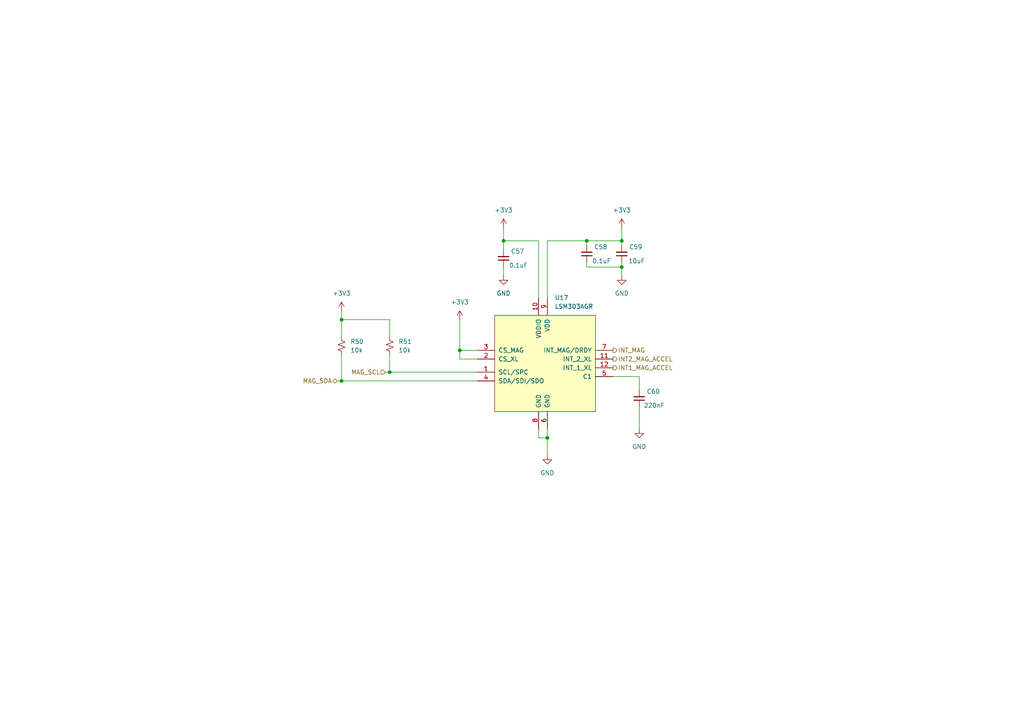
<source format=kicad_sch>
(kicad_sch
	(version 20250114)
	(generator "eeschema")
	(generator_version "9.0")
	(uuid "a61fcd3e-535d-4e39-9661-aa7c56916b79")
	(paper "A4")
	(lib_symbols
		(symbol "Device:C_Small"
			(pin_numbers
				(hide yes)
			)
			(pin_names
				(offset 0.254)
				(hide yes)
			)
			(exclude_from_sim no)
			(in_bom yes)
			(on_board yes)
			(property "Reference" "C"
				(at 0.254 1.778 0)
				(effects
					(font
						(size 1.27 1.27)
					)
					(justify left)
				)
			)
			(property "Value" "C_Small"
				(at 0.254 -2.032 0)
				(effects
					(font
						(size 1.27 1.27)
					)
					(justify left)
				)
			)
			(property "Footprint" ""
				(at 0 0 0)
				(effects
					(font
						(size 1.27 1.27)
					)
					(hide yes)
				)
			)
			(property "Datasheet" "~"
				(at 0 0 0)
				(effects
					(font
						(size 1.27 1.27)
					)
					(hide yes)
				)
			)
			(property "Description" "Unpolarized capacitor, small symbol"
				(at 0 0 0)
				(effects
					(font
						(size 1.27 1.27)
					)
					(hide yes)
				)
			)
			(property "ki_keywords" "capacitor cap"
				(at 0 0 0)
				(effects
					(font
						(size 1.27 1.27)
					)
					(hide yes)
				)
			)
			(property "ki_fp_filters" "C_*"
				(at 0 0 0)
				(effects
					(font
						(size 1.27 1.27)
					)
					(hide yes)
				)
			)
			(symbol "C_Small_0_1"
				(polyline
					(pts
						(xy -1.524 0.508) (xy 1.524 0.508)
					)
					(stroke
						(width 0.3048)
						(type default)
					)
					(fill
						(type none)
					)
				)
				(polyline
					(pts
						(xy -1.524 -0.508) (xy 1.524 -0.508)
					)
					(stroke
						(width 0.3302)
						(type default)
					)
					(fill
						(type none)
					)
				)
			)
			(symbol "C_Small_1_1"
				(pin passive line
					(at 0 2.54 270)
					(length 2.032)
					(name "~"
						(effects
							(font
								(size 1.27 1.27)
							)
						)
					)
					(number "1"
						(effects
							(font
								(size 1.27 1.27)
							)
						)
					)
				)
				(pin passive line
					(at 0 -2.54 90)
					(length 2.032)
					(name "~"
						(effects
							(font
								(size 1.27 1.27)
							)
						)
					)
					(number "2"
						(effects
							(font
								(size 1.27 1.27)
							)
						)
					)
				)
			)
			(embedded_fonts no)
		)
		(symbol "Device:R_Small_US"
			(pin_numbers
				(hide yes)
			)
			(pin_names
				(offset 0.254)
				(hide yes)
			)
			(exclude_from_sim no)
			(in_bom yes)
			(on_board yes)
			(property "Reference" "R"
				(at 0.762 0.508 0)
				(effects
					(font
						(size 1.27 1.27)
					)
					(justify left)
				)
			)
			(property "Value" "R_Small_US"
				(at 0.762 -1.016 0)
				(effects
					(font
						(size 1.27 1.27)
					)
					(justify left)
				)
			)
			(property "Footprint" ""
				(at 0 0 0)
				(effects
					(font
						(size 1.27 1.27)
					)
					(hide yes)
				)
			)
			(property "Datasheet" "~"
				(at 0 0 0)
				(effects
					(font
						(size 1.27 1.27)
					)
					(hide yes)
				)
			)
			(property "Description" "Resistor, small US symbol"
				(at 0 0 0)
				(effects
					(font
						(size 1.27 1.27)
					)
					(hide yes)
				)
			)
			(property "ki_keywords" "r resistor"
				(at 0 0 0)
				(effects
					(font
						(size 1.27 1.27)
					)
					(hide yes)
				)
			)
			(property "ki_fp_filters" "R_*"
				(at 0 0 0)
				(effects
					(font
						(size 1.27 1.27)
					)
					(hide yes)
				)
			)
			(symbol "R_Small_US_1_1"
				(polyline
					(pts
						(xy 0 1.524) (xy 1.016 1.143) (xy 0 0.762) (xy -1.016 0.381) (xy 0 0)
					)
					(stroke
						(width 0)
						(type default)
					)
					(fill
						(type none)
					)
				)
				(polyline
					(pts
						(xy 0 0) (xy 1.016 -0.381) (xy 0 -0.762) (xy -1.016 -1.143) (xy 0 -1.524)
					)
					(stroke
						(width 0)
						(type default)
					)
					(fill
						(type none)
					)
				)
				(pin passive line
					(at 0 2.54 270)
					(length 1.016)
					(name "~"
						(effects
							(font
								(size 1.27 1.27)
							)
						)
					)
					(number "1"
						(effects
							(font
								(size 1.27 1.27)
							)
						)
					)
				)
				(pin passive line
					(at 0 -2.54 90)
					(length 1.016)
					(name "~"
						(effects
							(font
								(size 1.27 1.27)
							)
						)
					)
					(number "2"
						(effects
							(font
								(size 1.27 1.27)
							)
						)
					)
				)
			)
			(embedded_fonts no)
		)
		(symbol "canhw:LSM303AGR"
			(pin_names
				(offset 1.016)
			)
			(exclude_from_sim no)
			(in_bom yes)
			(on_board yes)
			(property "Reference" "U"
				(at 6.35 8.89 0)
				(effects
					(font
						(size 1.27 1.27)
					)
				)
			)
			(property "Value" "LSM303AGR"
				(at 10.16 6.35 0)
				(effects
					(font
						(size 1.27 1.27)
					)
				)
			)
			(property "Footprint" ""
				(at 20.32 12.7 0)
				(effects
					(font
						(size 1.27 1.27)
					)
					(hide yes)
				)
			)
			(property "Datasheet" ""
				(at 20.32 12.7 0)
				(effects
					(font
						(size 1.27 1.27)
					)
					(hide yes)
				)
			)
			(property "Description" ""
				(at 0 0 0)
				(effects
					(font
						(size 1.27 1.27)
					)
					(hide yes)
				)
			)
			(symbol "LSM303AGR_0_1"
				(rectangle
					(start -13.97 -24.13)
					(end 15.24 3.81)
					(stroke
						(width 0)
						(type solid)
					)
					(fill
						(type background)
					)
				)
			)
			(symbol "LSM303AGR_1_1"
				(pin input line
					(at -19.05 -6.35 0)
					(length 5.08)
					(name "CS_MAG"
						(effects
							(font
								(size 1.27 1.27)
							)
						)
					)
					(number "3"
						(effects
							(font
								(size 1.27 1.27)
							)
						)
					)
				)
				(pin input line
					(at -19.05 -8.89 0)
					(length 5.08)
					(name "CS_XL"
						(effects
							(font
								(size 1.27 1.27)
							)
						)
					)
					(number "2"
						(effects
							(font
								(size 1.27 1.27)
							)
						)
					)
				)
				(pin input line
					(at -19.05 -12.7 0)
					(length 5.08)
					(name "SCL/SPC"
						(effects
							(font
								(size 1.27 1.27)
							)
						)
					)
					(number "1"
						(effects
							(font
								(size 1.27 1.27)
							)
						)
					)
				)
				(pin input line
					(at -19.05 -15.24 0)
					(length 5.08)
					(name "SDA/SDI/SDO"
						(effects
							(font
								(size 1.27 1.27)
							)
						)
					)
					(number "4"
						(effects
							(font
								(size 1.27 1.27)
							)
						)
					)
				)
				(pin input line
					(at -1.27 8.89 270)
					(length 5.08)
					(name "VDDIO"
						(effects
							(font
								(size 1.27 1.27)
							)
						)
					)
					(number "10"
						(effects
							(font
								(size 1.27 1.27)
							)
						)
					)
				)
				(pin input line
					(at -1.27 -29.21 90)
					(length 5.08)
					(name "GND"
						(effects
							(font
								(size 1.27 1.27)
							)
						)
					)
					(number "8"
						(effects
							(font
								(size 1.27 1.27)
							)
						)
					)
				)
				(pin input line
					(at 1.27 8.89 270)
					(length 5.08)
					(name "VDD"
						(effects
							(font
								(size 1.27 1.27)
							)
						)
					)
					(number "9"
						(effects
							(font
								(size 1.27 1.27)
							)
						)
					)
				)
				(pin input line
					(at 1.27 -29.21 90)
					(length 5.08)
					(name "GND"
						(effects
							(font
								(size 1.27 1.27)
							)
						)
					)
					(number "6"
						(effects
							(font
								(size 1.27 1.27)
							)
						)
					)
				)
				(pin input line
					(at 20.32 -6.35 180)
					(length 5.08)
					(name "INT_MAG/DRDY"
						(effects
							(font
								(size 1.27 1.27)
							)
						)
					)
					(number "7"
						(effects
							(font
								(size 1.27 1.27)
							)
						)
					)
				)
				(pin input line
					(at 20.32 -8.89 180)
					(length 5.08)
					(name "INT_2_XL"
						(effects
							(font
								(size 1.27 1.27)
							)
						)
					)
					(number "11"
						(effects
							(font
								(size 1.27 1.27)
							)
						)
					)
				)
				(pin input line
					(at 20.32 -11.43 180)
					(length 5.08)
					(name "INT_1_XL"
						(effects
							(font
								(size 1.27 1.27)
							)
						)
					)
					(number "12"
						(effects
							(font
								(size 1.27 1.27)
							)
						)
					)
				)
				(pin input line
					(at 20.32 -13.97 180)
					(length 5.08)
					(name "C1"
						(effects
							(font
								(size 1.27 1.27)
							)
						)
					)
					(number "5"
						(effects
							(font
								(size 1.27 1.27)
							)
						)
					)
				)
			)
			(embedded_fonts no)
		)
		(symbol "power:+3V3"
			(power)
			(pin_numbers
				(hide yes)
			)
			(pin_names
				(offset 0)
				(hide yes)
			)
			(exclude_from_sim no)
			(in_bom yes)
			(on_board yes)
			(property "Reference" "#PWR"
				(at 0 -3.81 0)
				(effects
					(font
						(size 1.27 1.27)
					)
					(hide yes)
				)
			)
			(property "Value" "+3V3"
				(at 0 3.556 0)
				(effects
					(font
						(size 1.27 1.27)
					)
				)
			)
			(property "Footprint" ""
				(at 0 0 0)
				(effects
					(font
						(size 1.27 1.27)
					)
					(hide yes)
				)
			)
			(property "Datasheet" ""
				(at 0 0 0)
				(effects
					(font
						(size 1.27 1.27)
					)
					(hide yes)
				)
			)
			(property "Description" "Power symbol creates a global label with name \"+3V3\""
				(at 0 0 0)
				(effects
					(font
						(size 1.27 1.27)
					)
					(hide yes)
				)
			)
			(property "ki_keywords" "global power"
				(at 0 0 0)
				(effects
					(font
						(size 1.27 1.27)
					)
					(hide yes)
				)
			)
			(symbol "+3V3_0_1"
				(polyline
					(pts
						(xy -0.762 1.27) (xy 0 2.54)
					)
					(stroke
						(width 0)
						(type default)
					)
					(fill
						(type none)
					)
				)
				(polyline
					(pts
						(xy 0 2.54) (xy 0.762 1.27)
					)
					(stroke
						(width 0)
						(type default)
					)
					(fill
						(type none)
					)
				)
				(polyline
					(pts
						(xy 0 0) (xy 0 2.54)
					)
					(stroke
						(width 0)
						(type default)
					)
					(fill
						(type none)
					)
				)
			)
			(symbol "+3V3_1_1"
				(pin power_in line
					(at 0 0 90)
					(length 0)
					(name "~"
						(effects
							(font
								(size 1.27 1.27)
							)
						)
					)
					(number "1"
						(effects
							(font
								(size 1.27 1.27)
							)
						)
					)
				)
			)
			(embedded_fonts no)
		)
		(symbol "power:GND"
			(power)
			(pin_numbers
				(hide yes)
			)
			(pin_names
				(offset 0)
				(hide yes)
			)
			(exclude_from_sim no)
			(in_bom yes)
			(on_board yes)
			(property "Reference" "#PWR"
				(at 0 -6.35 0)
				(effects
					(font
						(size 1.27 1.27)
					)
					(hide yes)
				)
			)
			(property "Value" "GND"
				(at 0 -3.81 0)
				(effects
					(font
						(size 1.27 1.27)
					)
				)
			)
			(property "Footprint" ""
				(at 0 0 0)
				(effects
					(font
						(size 1.27 1.27)
					)
					(hide yes)
				)
			)
			(property "Datasheet" ""
				(at 0 0 0)
				(effects
					(font
						(size 1.27 1.27)
					)
					(hide yes)
				)
			)
			(property "Description" "Power symbol creates a global label with name \"GND\" , ground"
				(at 0 0 0)
				(effects
					(font
						(size 1.27 1.27)
					)
					(hide yes)
				)
			)
			(property "ki_keywords" "global power"
				(at 0 0 0)
				(effects
					(font
						(size 1.27 1.27)
					)
					(hide yes)
				)
			)
			(symbol "GND_0_1"
				(polyline
					(pts
						(xy 0 0) (xy 0 -1.27) (xy 1.27 -1.27) (xy 0 -2.54) (xy -1.27 -1.27) (xy 0 -1.27)
					)
					(stroke
						(width 0)
						(type default)
					)
					(fill
						(type none)
					)
				)
			)
			(symbol "GND_1_1"
				(pin power_in line
					(at 0 0 270)
					(length 0)
					(name "~"
						(effects
							(font
								(size 1.27 1.27)
							)
						)
					)
					(number "1"
						(effects
							(font
								(size 1.27 1.27)
							)
						)
					)
				)
			)
			(embedded_fonts no)
		)
	)
	(junction
		(at 113.03 107.95)
		(diameter 0)
		(color 0 0 0 0)
		(uuid "2ae54c93-3bd1-4ad7-b571-56e86d0524a1")
	)
	(junction
		(at 146.05 69.85)
		(diameter 0)
		(color 0 0 0 0)
		(uuid "3d1a2944-3339-44f2-86a9-00bba93614b1")
	)
	(junction
		(at 170.18 69.85)
		(diameter 0)
		(color 0 0 0 0)
		(uuid "46e0e405-a916-4f85-8507-4f0493d855e0")
	)
	(junction
		(at 99.06 110.49)
		(diameter 0)
		(color 0 0 0 0)
		(uuid "6299cb71-f733-48ec-a273-926dda2ab254")
	)
	(junction
		(at 158.75 127)
		(diameter 0)
		(color 0 0 0 0)
		(uuid "8c52bfb9-38ea-46b4-bf19-88eed5c7560a")
	)
	(junction
		(at 99.06 92.71)
		(diameter 0)
		(color 0 0 0 0)
		(uuid "d2db2c30-5398-468d-8f28-348ff64b8e78")
	)
	(junction
		(at 180.34 69.85)
		(diameter 0)
		(color 0 0 0 0)
		(uuid "de1a815d-fa16-4353-b454-fbe7fa0bb7ac")
	)
	(junction
		(at 180.34 77.47)
		(diameter 0)
		(color 0 0 0 0)
		(uuid "ef1a710a-45ee-4e26-8a26-3de43f5b1bbb")
	)
	(junction
		(at 133.35 101.6)
		(diameter 0)
		(color 0 0 0 0)
		(uuid "f2e65f4c-ab05-42a6-9147-1c07c71d372c")
	)
	(wire
		(pts
			(xy 158.75 69.85) (xy 158.75 86.36)
		)
		(stroke
			(width 0)
			(type default)
		)
		(uuid "00187fb6-a0f7-44fc-a2a8-004a470ab416")
	)
	(wire
		(pts
			(xy 158.75 127) (xy 158.75 132.08)
		)
		(stroke
			(width 0)
			(type default)
		)
		(uuid "05c27308-1b3b-46f7-b5b9-260e2a1539bc")
	)
	(wire
		(pts
			(xy 138.43 104.14) (xy 133.35 104.14)
		)
		(stroke
			(width 0)
			(type default)
		)
		(uuid "0a639f9f-cf50-47ef-808b-579e1e034c4c")
	)
	(wire
		(pts
			(xy 113.03 92.71) (xy 99.06 92.71)
		)
		(stroke
			(width 0)
			(type default)
		)
		(uuid "0c014e09-f231-40a1-b664-3ff43b1a27ea")
	)
	(wire
		(pts
			(xy 180.34 77.47) (xy 180.34 80.01)
		)
		(stroke
			(width 0)
			(type default)
		)
		(uuid "17d75035-6b32-401a-896d-04ca9a4f9205")
	)
	(wire
		(pts
			(xy 146.05 66.04) (xy 146.05 69.85)
		)
		(stroke
			(width 0)
			(type default)
		)
		(uuid "1e34238c-4bb3-482c-8abd-a0872b4d3b66")
	)
	(wire
		(pts
			(xy 133.35 92.71) (xy 133.35 101.6)
		)
		(stroke
			(width 0)
			(type default)
		)
		(uuid "284585dd-5b9d-4074-be0a-5d4f52535383")
	)
	(wire
		(pts
			(xy 180.34 66.04) (xy 180.34 69.85)
		)
		(stroke
			(width 0)
			(type default)
		)
		(uuid "2859875b-0857-4ca3-85d6-16ea6ea7bd40")
	)
	(wire
		(pts
			(xy 185.42 118.11) (xy 185.42 124.46)
		)
		(stroke
			(width 0)
			(type default)
		)
		(uuid "2d9171ff-b805-4a33-b1ca-9fc7f21a72a6")
	)
	(wire
		(pts
			(xy 180.34 77.47) (xy 170.18 77.47)
		)
		(stroke
			(width 0)
			(type default)
		)
		(uuid "440e2b53-46f3-46ef-b122-bbee43ccbd3a")
	)
	(wire
		(pts
			(xy 99.06 92.71) (xy 99.06 97.79)
		)
		(stroke
			(width 0)
			(type default)
		)
		(uuid "47f94d1e-9d31-4206-85d7-d68e165d2606")
	)
	(wire
		(pts
			(xy 138.43 110.49) (xy 99.06 110.49)
		)
		(stroke
			(width 0)
			(type default)
		)
		(uuid "53b7322f-1596-4fb8-a9e7-ec150baeace2")
	)
	(wire
		(pts
			(xy 138.43 107.95) (xy 113.03 107.95)
		)
		(stroke
			(width 0)
			(type default)
		)
		(uuid "6391b5fb-bb67-4634-aee2-c4e36bf29cb8")
	)
	(wire
		(pts
			(xy 99.06 110.49) (xy 99.06 102.87)
		)
		(stroke
			(width 0)
			(type default)
		)
		(uuid "65668a4d-3784-42de-b2d6-1b99afbccc72")
	)
	(wire
		(pts
			(xy 146.05 69.85) (xy 146.05 72.39)
		)
		(stroke
			(width 0)
			(type default)
		)
		(uuid "6ca6f646-e44b-48c0-9ab6-05ba3b32cede")
	)
	(wire
		(pts
			(xy 146.05 69.85) (xy 156.21 69.85)
		)
		(stroke
			(width 0)
			(type default)
		)
		(uuid "71d41e86-4dc7-4a1d-b6a1-516a92ec8494")
	)
	(wire
		(pts
			(xy 180.34 69.85) (xy 170.18 69.85)
		)
		(stroke
			(width 0)
			(type default)
		)
		(uuid "75fe25f1-b08e-4b3c-9d8b-aa0b140f19c6")
	)
	(wire
		(pts
			(xy 170.18 69.85) (xy 170.18 71.12)
		)
		(stroke
			(width 0)
			(type default)
		)
		(uuid "7fa2b497-a80c-464b-9e15-0e04d7037b17")
	)
	(wire
		(pts
			(xy 156.21 127) (xy 158.75 127)
		)
		(stroke
			(width 0)
			(type default)
		)
		(uuid "868eba0b-1a65-4816-a6c9-ee50bdb09c66")
	)
	(wire
		(pts
			(xy 133.35 104.14) (xy 133.35 101.6)
		)
		(stroke
			(width 0)
			(type default)
		)
		(uuid "9224dbbd-92a5-4622-b7a7-445ac4b518e3")
	)
	(wire
		(pts
			(xy 146.05 77.47) (xy 146.05 80.01)
		)
		(stroke
			(width 0)
			(type default)
		)
		(uuid "9a0c9cce-f065-43df-92b5-f4b599151ee1")
	)
	(wire
		(pts
			(xy 156.21 124.46) (xy 156.21 127)
		)
		(stroke
			(width 0)
			(type default)
		)
		(uuid "9c0c8174-07d1-4426-8b2a-66523ca9e157")
	)
	(wire
		(pts
			(xy 170.18 76.2) (xy 170.18 77.47)
		)
		(stroke
			(width 0)
			(type default)
		)
		(uuid "ad86c4b5-03a7-4352-a3cd-e3b63aaf81f1")
	)
	(wire
		(pts
			(xy 113.03 97.79) (xy 113.03 92.71)
		)
		(stroke
			(width 0)
			(type default)
		)
		(uuid "b101b026-f72e-421c-9f32-8d32c62bde78")
	)
	(wire
		(pts
			(xy 111.76 107.95) (xy 113.03 107.95)
		)
		(stroke
			(width 0)
			(type default)
		)
		(uuid "b38577e8-f2db-4d54-8000-aa4ff1901bd7")
	)
	(wire
		(pts
			(xy 158.75 124.46) (xy 158.75 127)
		)
		(stroke
			(width 0)
			(type default)
		)
		(uuid "bbdf3556-dba5-4436-8117-ec17c4a37e39")
	)
	(wire
		(pts
			(xy 113.03 107.95) (xy 113.03 102.87)
		)
		(stroke
			(width 0)
			(type default)
		)
		(uuid "c2f0b71d-e35a-46e7-9a00-8a1613d21bd8")
	)
	(wire
		(pts
			(xy 177.8 109.22) (xy 185.42 109.22)
		)
		(stroke
			(width 0)
			(type default)
		)
		(uuid "c3148b34-f5c2-4d1f-a4bb-0e74ef4547ca")
	)
	(wire
		(pts
			(xy 99.06 90.17) (xy 99.06 92.71)
		)
		(stroke
			(width 0)
			(type default)
		)
		(uuid "ce2b25aa-da32-42e0-a191-6a805efeab9a")
	)
	(wire
		(pts
			(xy 180.34 76.2) (xy 180.34 77.47)
		)
		(stroke
			(width 0)
			(type default)
		)
		(uuid "d4423a2d-4a5e-4e68-80a2-e20326cab5fd")
	)
	(wire
		(pts
			(xy 156.21 69.85) (xy 156.21 86.36)
		)
		(stroke
			(width 0)
			(type default)
		)
		(uuid "d85fc65a-39da-4776-ab8a-4f357a2d64cb")
	)
	(wire
		(pts
			(xy 138.43 101.6) (xy 133.35 101.6)
		)
		(stroke
			(width 0)
			(type default)
		)
		(uuid "db3af1cf-2767-4da3-a97d-d5e29dc7b7af")
	)
	(wire
		(pts
			(xy 97.79 110.49) (xy 99.06 110.49)
		)
		(stroke
			(width 0)
			(type default)
		)
		(uuid "dba8cf5a-c037-4042-8335-6df4fd345f85")
	)
	(wire
		(pts
			(xy 170.18 69.85) (xy 158.75 69.85)
		)
		(stroke
			(width 0)
			(type default)
		)
		(uuid "de0f02f6-e5b0-46e6-8f79-f0a1c041c854")
	)
	(wire
		(pts
			(xy 185.42 109.22) (xy 185.42 113.03)
		)
		(stroke
			(width 0)
			(type default)
		)
		(uuid "eff21a9e-2efb-4a1f-bca0-ddf9dd2c3412")
	)
	(wire
		(pts
			(xy 180.34 71.12) (xy 180.34 69.85)
		)
		(stroke
			(width 0)
			(type default)
		)
		(uuid "f9bfe3f8-dd9e-4011-b92b-84c5ce8e5a08")
	)
	(hierarchical_label "INT_MAG"
		(shape output)
		(at 177.8 101.6 0)
		(effects
			(font
				(size 1.27 1.27)
			)
			(justify left)
		)
		(uuid "215f9986-a751-4539-af09-3025be79ab80")
	)
	(hierarchical_label "INT2_MAG_ACCEL"
		(shape output)
		(at 177.8 104.14 0)
		(effects
			(font
				(size 1.27 1.27)
			)
			(justify left)
		)
		(uuid "329c75a4-88eb-43ad-8cc9-ba20cb77984a")
	)
	(hierarchical_label "MAG_SCL"
		(shape input)
		(at 111.76 107.95 180)
		(effects
			(font
				(size 1.27 1.27)
			)
			(justify right)
		)
		(uuid "9d1a6957-7143-49bb-9638-1824a033c586")
	)
	(hierarchical_label "INT1_MAG_ACCEL"
		(shape output)
		(at 177.8 106.68 0)
		(effects
			(font
				(size 1.27 1.27)
			)
			(justify left)
		)
		(uuid "d8b65cb5-9a3f-45f8-aebd-c88a771f4f9e")
	)
	(hierarchical_label "MAG_SDA"
		(shape bidirectional)
		(at 97.79 110.49 180)
		(effects
			(font
				(size 1.27 1.27)
			)
			(justify right)
		)
		(uuid "ed300ebf-2191-4030-83f0-20a69d0e853d")
	)
	(symbol
		(lib_id "power:GND")
		(at 180.34 80.01 0)
		(unit 1)
		(exclude_from_sim no)
		(in_bom yes)
		(on_board yes)
		(dnp no)
		(fields_autoplaced yes)
		(uuid "12c212f0-eeff-4ede-943d-173bff5c0100")
		(property "Reference" "#PWR0146"
			(at 180.34 86.36 0)
			(effects
				(font
					(size 1.27 1.27)
				)
				(hide yes)
			)
		)
		(property "Value" "GND"
			(at 180.34 85.09 0)
			(effects
				(font
					(size 1.27 1.27)
				)
			)
		)
		(property "Footprint" ""
			(at 180.34 80.01 0)
			(effects
				(font
					(size 1.27 1.27)
				)
				(hide yes)
			)
		)
		(property "Datasheet" ""
			(at 180.34 80.01 0)
			(effects
				(font
					(size 1.27 1.27)
				)
				(hide yes)
			)
		)
		(property "Description" "Power symbol creates a global label with name \"GND\" , ground"
			(at 180.34 80.01 0)
			(effects
				(font
					(size 1.27 1.27)
				)
				(hide yes)
			)
		)
		(pin "1"
			(uuid "9dcd5637-094a-4adf-9f1e-1ef9d6b0fbca")
		)
		(instances
			(project "CanardBoard"
				(path "/605ab838-6b02-4cf5-a6b5-94a0cdb1b998/c89c853f-563b-48b4-b201-4be537f61878"
					(reference "#PWR0146")
					(unit 1)
				)
			)
		)
	)
	(symbol
		(lib_id "Device:C_Small")
		(at 146.05 74.93 0)
		(mirror x)
		(unit 1)
		(exclude_from_sim no)
		(in_bom yes)
		(on_board yes)
		(dnp no)
		(uuid "13e37f80-b299-482d-9903-afa4a41bee92")
		(property "Reference" "C57"
			(at 150.114 72.898 0)
			(effects
				(font
					(size 1.27 1.27)
				)
			)
		)
		(property "Value" "0.1uF"
			(at 150.368 76.962 0)
			(effects
				(font
					(size 1.27 1.27)
				)
			)
		)
		(property "Footprint" "Capacitor_SMD:C_0402_1005Metric"
			(at 146.05 74.93 0)
			(effects
				(font
					(size 1.27 1.27)
				)
				(hide yes)
			)
		)
		(property "Datasheet" "~"
			(at 146.05 74.93 0)
			(effects
				(font
					(size 1.27 1.27)
				)
				(hide yes)
			)
		)
		(property "Description" "Unpolarized capacitor, small symbol"
			(at 146.05 74.93 0)
			(effects
				(font
					(size 1.27 1.27)
				)
				(hide yes)
			)
		)
		(property "LCSC Part #" "C49678"
			(at 146.05 74.93 0)
			(effects
				(font
					(size 1.27 1.27)
				)
				(hide yes)
			)
		)
		(pin "1"
			(uuid "fc35dd06-e91c-4fa1-8b7c-739158400711")
		)
		(pin "2"
			(uuid "665953f7-5aa4-4fc2-b0c0-41e5ed6f375e")
		)
		(instances
			(project "CanardBoard"
				(path "/605ab838-6b02-4cf5-a6b5-94a0cdb1b998/c89c853f-563b-48b4-b201-4be537f61878"
					(reference "C57")
					(unit 1)
				)
			)
		)
	)
	(symbol
		(lib_id "power:+3V3")
		(at 180.34 66.04 0)
		(unit 1)
		(exclude_from_sim no)
		(in_bom yes)
		(on_board yes)
		(dnp no)
		(fields_autoplaced yes)
		(uuid "18653b2d-1749-4b3f-862c-389aa04ffc77")
		(property "Reference" "#PWR0145"
			(at 180.34 69.85 0)
			(effects
				(font
					(size 1.27 1.27)
				)
				(hide yes)
			)
		)
		(property "Value" "+3V3"
			(at 180.34 60.96 0)
			(effects
				(font
					(size 1.27 1.27)
				)
			)
		)
		(property "Footprint" ""
			(at 180.34 66.04 0)
			(effects
				(font
					(size 1.27 1.27)
				)
				(hide yes)
			)
		)
		(property "Datasheet" ""
			(at 180.34 66.04 0)
			(effects
				(font
					(size 1.27 1.27)
				)
				(hide yes)
			)
		)
		(property "Description" "Power symbol creates a global label with name \"+3V3\""
			(at 180.34 66.04 0)
			(effects
				(font
					(size 1.27 1.27)
				)
				(hide yes)
			)
		)
		(pin "1"
			(uuid "e4304c28-3f1e-4dd4-8242-8dfd90b8dd12")
		)
		(instances
			(project "CanardBoard"
				(path "/605ab838-6b02-4cf5-a6b5-94a0cdb1b998/c89c853f-563b-48b4-b201-4be537f61878"
					(reference "#PWR0145")
					(unit 1)
				)
			)
		)
	)
	(symbol
		(lib_id "Device:R_Small_US")
		(at 99.06 100.33 180)
		(unit 1)
		(exclude_from_sim no)
		(in_bom yes)
		(on_board yes)
		(dnp no)
		(fields_autoplaced yes)
		(uuid "2267bfa0-0b29-4a13-889b-25faecbad774")
		(property "Reference" "R50"
			(at 101.6 99.0599 0)
			(effects
				(font
					(size 1.27 1.27)
				)
				(justify right)
			)
		)
		(property "Value" "10k"
			(at 101.6 101.5999 0)
			(effects
				(font
					(size 1.27 1.27)
				)
				(justify right)
			)
		)
		(property "Footprint" "Resistor_SMD:R_0402_1005Metric"
			(at 99.06 100.33 0)
			(effects
				(font
					(size 1.27 1.27)
				)
				(hide yes)
			)
		)
		(property "Datasheet" "~"
			(at 99.06 100.33 0)
			(effects
				(font
					(size 1.27 1.27)
				)
				(hide yes)
			)
		)
		(property "Description" "Resistor, small US symbol"
			(at 99.06 100.33 0)
			(effects
				(font
					(size 1.27 1.27)
				)
				(hide yes)
			)
		)
		(pin "2"
			(uuid "5fd7e3d7-b4fa-492e-a5dc-7188e58c8737")
		)
		(pin "1"
			(uuid "a8ae4f7f-4b66-4b58-bd63-9634535942b4")
		)
		(instances
			(project "CanardBoard"
				(path "/605ab838-6b02-4cf5-a6b5-94a0cdb1b998/c89c853f-563b-48b4-b201-4be537f61878"
					(reference "R50")
					(unit 1)
				)
			)
		)
	)
	(symbol
		(lib_id "power:+3V3")
		(at 146.05 66.04 0)
		(unit 1)
		(exclude_from_sim no)
		(in_bom yes)
		(on_board yes)
		(dnp no)
		(fields_autoplaced yes)
		(uuid "32aa2c20-c286-4bd9-9e77-29e36f5c807e")
		(property "Reference" "#PWR0142"
			(at 146.05 69.85 0)
			(effects
				(font
					(size 1.27 1.27)
				)
				(hide yes)
			)
		)
		(property "Value" "+3V3"
			(at 146.05 60.96 0)
			(effects
				(font
					(size 1.27 1.27)
				)
			)
		)
		(property "Footprint" ""
			(at 146.05 66.04 0)
			(effects
				(font
					(size 1.27 1.27)
				)
				(hide yes)
			)
		)
		(property "Datasheet" ""
			(at 146.05 66.04 0)
			(effects
				(font
					(size 1.27 1.27)
				)
				(hide yes)
			)
		)
		(property "Description" "Power symbol creates a global label with name \"+3V3\""
			(at 146.05 66.04 0)
			(effects
				(font
					(size 1.27 1.27)
				)
				(hide yes)
			)
		)
		(pin "1"
			(uuid "f534ffe8-503f-43ac-94c5-1a5d0de743aa")
		)
		(instances
			(project "CanardBoard"
				(path "/605ab838-6b02-4cf5-a6b5-94a0cdb1b998/c89c853f-563b-48b4-b201-4be537f61878"
					(reference "#PWR0142")
					(unit 1)
				)
			)
		)
	)
	(symbol
		(lib_id "canhw:LSM303AGR")
		(at 157.48 95.25 0)
		(unit 1)
		(exclude_from_sim no)
		(in_bom yes)
		(on_board yes)
		(dnp no)
		(fields_autoplaced yes)
		(uuid "392437b7-b8cf-4417-b90c-58251213ce97")
		(property "Reference" "U17"
			(at 160.8933 86.36 0)
			(effects
				(font
					(size 1.27 1.27)
				)
				(justify left)
			)
		)
		(property "Value" "LSM303AGR"
			(at 160.8933 88.9 0)
			(effects
				(font
					(size 1.27 1.27)
				)
				(justify left)
			)
		)
		(property "Footprint" "Package_LGA:LGA-12_2x2mm_P0.5mm"
			(at 177.8 82.55 0)
			(effects
				(font
					(size 1.27 1.27)
				)
				(hide yes)
			)
		)
		(property "Datasheet" "https://www.st.com/resource/en/datasheet/lsm303agr.pdf"
			(at 177.8 82.55 0)
			(effects
				(font
					(size 1.27 1.27)
				)
				(hide yes)
			)
		)
		(property "Description" ""
			(at 157.48 95.25 0)
			(effects
				(font
					(size 1.27 1.27)
				)
				(hide yes)
			)
		)
		(pin "9"
			(uuid "d1b04765-0483-4284-ac12-d2b459cb675d")
		)
		(pin "8"
			(uuid "14bbebb8-72d4-46aa-9c6f-f0b834b92681")
		)
		(pin "10"
			(uuid "1ed6a042-f6e2-47f6-83c6-15b444bbe828")
		)
		(pin "6"
			(uuid "5d8d979b-1715-4a91-82a1-577cc6a0be6d")
		)
		(pin "2"
			(uuid "d353cf46-e295-4814-9442-6a5b2497b61f")
		)
		(pin "7"
			(uuid "2b342b55-7ce3-4218-9115-47531f8f102c")
		)
		(pin "11"
			(uuid "8ed0228c-2d67-4e50-a630-e667c46cb9bf")
		)
		(pin "4"
			(uuid "1d9b5e52-f702-46fd-8564-b80b2ab38f71")
		)
		(pin "12"
			(uuid "9d87aa1d-cd62-4b1d-834e-89e2e159c8c8")
		)
		(pin "1"
			(uuid "79597716-d1ce-4858-be1a-d685d19f0576")
		)
		(pin "3"
			(uuid "802e1b20-023d-4248-88ba-0c493a4ef8cb")
		)
		(pin "5"
			(uuid "31f89ae0-86b2-48ab-a921-a72316778c24")
		)
		(instances
			(project ""
				(path "/605ab838-6b02-4cf5-a6b5-94a0cdb1b998/c89c853f-563b-48b4-b201-4be537f61878"
					(reference "U17")
					(unit 1)
				)
			)
		)
	)
	(symbol
		(lib_id "power:GND")
		(at 185.42 124.46 0)
		(unit 1)
		(exclude_from_sim no)
		(in_bom yes)
		(on_board yes)
		(dnp no)
		(fields_autoplaced yes)
		(uuid "4e5a272d-e179-46bf-815e-6ef0ac9fd02b")
		(property "Reference" "#PWR0147"
			(at 185.42 130.81 0)
			(effects
				(font
					(size 1.27 1.27)
				)
				(hide yes)
			)
		)
		(property "Value" "GND"
			(at 185.42 129.54 0)
			(effects
				(font
					(size 1.27 1.27)
				)
			)
		)
		(property "Footprint" ""
			(at 185.42 124.46 0)
			(effects
				(font
					(size 1.27 1.27)
				)
				(hide yes)
			)
		)
		(property "Datasheet" ""
			(at 185.42 124.46 0)
			(effects
				(font
					(size 1.27 1.27)
				)
				(hide yes)
			)
		)
		(property "Description" "Power symbol creates a global label with name \"GND\" , ground"
			(at 185.42 124.46 0)
			(effects
				(font
					(size 1.27 1.27)
				)
				(hide yes)
			)
		)
		(pin "1"
			(uuid "e6dc39f2-c546-4ba2-9bc7-e1ff92855c4c")
		)
		(instances
			(project "CanardBoard"
				(path "/605ab838-6b02-4cf5-a6b5-94a0cdb1b998/c89c853f-563b-48b4-b201-4be537f61878"
					(reference "#PWR0147")
					(unit 1)
				)
			)
		)
	)
	(symbol
		(lib_id "Device:C_Small")
		(at 180.34 73.66 0)
		(mirror x)
		(unit 1)
		(exclude_from_sim no)
		(in_bom yes)
		(on_board yes)
		(dnp no)
		(uuid "53394704-0617-42e2-8553-2be4b1f09853")
		(property "Reference" "C59"
			(at 184.404 71.628 0)
			(effects
				(font
					(size 1.27 1.27)
				)
			)
		)
		(property "Value" "10uF"
			(at 184.658 75.692 0)
			(effects
				(font
					(size 1.27 1.27)
				)
			)
		)
		(property "Footprint" "Capacitor_SMD:C_1210_3225Metric"
			(at 180.34 73.66 0)
			(effects
				(font
					(size 1.27 1.27)
				)
				(hide yes)
			)
		)
		(property "Datasheet" "~"
			(at 180.34 73.66 0)
			(effects
				(font
					(size 1.27 1.27)
				)
				(hide yes)
			)
		)
		(property "Description" "Unpolarized capacitor, small symbol"
			(at 180.34 73.66 0)
			(effects
				(font
					(size 1.27 1.27)
				)
				(hide yes)
			)
		)
		(property "LCSC Part #" "C49678"
			(at 180.34 73.66 0)
			(effects
				(font
					(size 1.27 1.27)
				)
				(hide yes)
			)
		)
		(pin "1"
			(uuid "1125c837-8ea0-4d81-affc-e66dd275bf0f")
		)
		(pin "2"
			(uuid "267e9654-5d53-41ce-bb13-2206290230d4")
		)
		(instances
			(project "CanardBoard"
				(path "/605ab838-6b02-4cf5-a6b5-94a0cdb1b998/c89c853f-563b-48b4-b201-4be537f61878"
					(reference "C59")
					(unit 1)
				)
			)
		)
	)
	(symbol
		(lib_id "power:GND")
		(at 158.75 132.08 0)
		(unit 1)
		(exclude_from_sim no)
		(in_bom yes)
		(on_board yes)
		(dnp no)
		(fields_autoplaced yes)
		(uuid "654713d7-5c6f-4b03-a1fa-e1c2f19c1cfc")
		(property "Reference" "#PWR0144"
			(at 158.75 138.43 0)
			(effects
				(font
					(size 1.27 1.27)
				)
				(hide yes)
			)
		)
		(property "Value" "GND"
			(at 158.75 137.16 0)
			(effects
				(font
					(size 1.27 1.27)
				)
			)
		)
		(property "Footprint" ""
			(at 158.75 132.08 0)
			(effects
				(font
					(size 1.27 1.27)
				)
				(hide yes)
			)
		)
		(property "Datasheet" ""
			(at 158.75 132.08 0)
			(effects
				(font
					(size 1.27 1.27)
				)
				(hide yes)
			)
		)
		(property "Description" "Power symbol creates a global label with name \"GND\" , ground"
			(at 158.75 132.08 0)
			(effects
				(font
					(size 1.27 1.27)
				)
				(hide yes)
			)
		)
		(pin "1"
			(uuid "bddc1a74-1f96-49fa-ae9d-643ce38a7549")
		)
		(instances
			(project "CanardBoard"
				(path "/605ab838-6b02-4cf5-a6b5-94a0cdb1b998/c89c853f-563b-48b4-b201-4be537f61878"
					(reference "#PWR0144")
					(unit 1)
				)
			)
		)
	)
	(symbol
		(lib_id "power:+3V3")
		(at 99.06 90.17 0)
		(unit 1)
		(exclude_from_sim no)
		(in_bom yes)
		(on_board yes)
		(dnp no)
		(fields_autoplaced yes)
		(uuid "7b44625d-7ade-47cc-af2d-ab02773dcefc")
		(property "Reference" "#PWR0140"
			(at 99.06 93.98 0)
			(effects
				(font
					(size 1.27 1.27)
				)
				(hide yes)
			)
		)
		(property "Value" "+3V3"
			(at 99.06 85.09 0)
			(effects
				(font
					(size 1.27 1.27)
				)
			)
		)
		(property "Footprint" ""
			(at 99.06 90.17 0)
			(effects
				(font
					(size 1.27 1.27)
				)
				(hide yes)
			)
		)
		(property "Datasheet" ""
			(at 99.06 90.17 0)
			(effects
				(font
					(size 1.27 1.27)
				)
				(hide yes)
			)
		)
		(property "Description" "Power symbol creates a global label with name \"+3V3\""
			(at 99.06 90.17 0)
			(effects
				(font
					(size 1.27 1.27)
				)
				(hide yes)
			)
		)
		(pin "1"
			(uuid "02b4ef76-e095-4834-8071-7d6fad56441f")
		)
		(instances
			(project "CanardBoard"
				(path "/605ab838-6b02-4cf5-a6b5-94a0cdb1b998/c89c853f-563b-48b4-b201-4be537f61878"
					(reference "#PWR0140")
					(unit 1)
				)
			)
		)
	)
	(symbol
		(lib_id "Device:C_Small")
		(at 185.42 115.57 0)
		(mirror x)
		(unit 1)
		(exclude_from_sim no)
		(in_bom yes)
		(on_board yes)
		(dnp no)
		(uuid "851347f9-8ebf-438f-a314-7db34d701467")
		(property "Reference" "C60"
			(at 189.484 113.538 0)
			(effects
				(font
					(size 1.27 1.27)
				)
			)
		)
		(property "Value" "220nF"
			(at 189.738 117.602 0)
			(effects
				(font
					(size 1.27 1.27)
				)
			)
		)
		(property "Footprint" "Capacitor_SMD:C_0402_1005Metric"
			(at 185.42 115.57 0)
			(effects
				(font
					(size 1.27 1.27)
				)
				(hide yes)
			)
		)
		(property "Datasheet" "~"
			(at 185.42 115.57 0)
			(effects
				(font
					(size 1.27 1.27)
				)
				(hide yes)
			)
		)
		(property "Description" "Unpolarized capacitor, small symbol"
			(at 185.42 115.57 0)
			(effects
				(font
					(size 1.27 1.27)
				)
				(hide yes)
			)
		)
		(property "LCSC Part #" "C49678"
			(at 185.42 115.57 0)
			(effects
				(font
					(size 1.27 1.27)
				)
				(hide yes)
			)
		)
		(pin "1"
			(uuid "3fe361e3-afc6-47a9-a66a-f7e927b9f40a")
		)
		(pin "2"
			(uuid "7bf7dfae-15a7-4723-9e32-4c34f648c51d")
		)
		(instances
			(project "CanardBoard"
				(path "/605ab838-6b02-4cf5-a6b5-94a0cdb1b998/c89c853f-563b-48b4-b201-4be537f61878"
					(reference "C60")
					(unit 1)
				)
			)
		)
	)
	(symbol
		(lib_id "Device:C_Small")
		(at 170.18 73.66 0)
		(mirror x)
		(unit 1)
		(exclude_from_sim no)
		(in_bom yes)
		(on_board yes)
		(dnp no)
		(uuid "9b700b79-88fd-4f2c-89c8-4225ec681578")
		(property "Reference" "C58"
			(at 174.244 71.628 0)
			(effects
				(font
					(size 1.27 1.27)
				)
			)
		)
		(property "Value" "0.1uF"
			(at 174.498 75.692 0)
			(effects
				(font
					(size 1.27 1.27)
				)
			)
		)
		(property "Footprint" "Capacitor_SMD:C_0402_1005Metric"
			(at 170.18 73.66 0)
			(effects
				(font
					(size 1.27 1.27)
				)
				(hide yes)
			)
		)
		(property "Datasheet" "~"
			(at 170.18 73.66 0)
			(effects
				(font
					(size 1.27 1.27)
				)
				(hide yes)
			)
		)
		(property "Description" "Unpolarized capacitor, small symbol"
			(at 170.18 73.66 0)
			(effects
				(font
					(size 1.27 1.27)
				)
				(hide yes)
			)
		)
		(property "LCSC Part #" "C49678"
			(at 170.18 73.66 0)
			(effects
				(font
					(size 1.27 1.27)
				)
				(hide yes)
			)
		)
		(pin "1"
			(uuid "09e4e207-89a0-4aa6-a9ba-72285292f681")
		)
		(pin "2"
			(uuid "f204cff1-f242-42c2-97e9-aaa1b4b42753")
		)
		(instances
			(project "CanardBoard"
				(path "/605ab838-6b02-4cf5-a6b5-94a0cdb1b998/c89c853f-563b-48b4-b201-4be537f61878"
					(reference "C58")
					(unit 1)
				)
			)
		)
	)
	(symbol
		(lib_id "Device:R_Small_US")
		(at 113.03 100.33 180)
		(unit 1)
		(exclude_from_sim no)
		(in_bom yes)
		(on_board yes)
		(dnp no)
		(fields_autoplaced yes)
		(uuid "c2b5463d-640c-434d-b9d8-1ebd27a4efa5")
		(property "Reference" "R51"
			(at 115.57 99.0599 0)
			(effects
				(font
					(size 1.27 1.27)
				)
				(justify right)
			)
		)
		(property "Value" "10k"
			(at 115.57 101.5999 0)
			(effects
				(font
					(size 1.27 1.27)
				)
				(justify right)
			)
		)
		(property "Footprint" "Resistor_SMD:R_0402_1005Metric"
			(at 113.03 100.33 0)
			(effects
				(font
					(size 1.27 1.27)
				)
				(hide yes)
			)
		)
		(property "Datasheet" "~"
			(at 113.03 100.33 0)
			(effects
				(font
					(size 1.27 1.27)
				)
				(hide yes)
			)
		)
		(property "Description" "Resistor, small US symbol"
			(at 113.03 100.33 0)
			(effects
				(font
					(size 1.27 1.27)
				)
				(hide yes)
			)
		)
		(pin "2"
			(uuid "e8747967-0349-49a7-996a-b9c6740883c1")
		)
		(pin "1"
			(uuid "e3088524-b2f9-4ebd-a949-82bff83a59b9")
		)
		(instances
			(project "CanardBoard"
				(path "/605ab838-6b02-4cf5-a6b5-94a0cdb1b998/c89c853f-563b-48b4-b201-4be537f61878"
					(reference "R51")
					(unit 1)
				)
			)
		)
	)
	(symbol
		(lib_id "power:GND")
		(at 146.05 80.01 0)
		(unit 1)
		(exclude_from_sim no)
		(in_bom yes)
		(on_board yes)
		(dnp no)
		(fields_autoplaced yes)
		(uuid "e3d8679f-c202-4e48-9c8a-1e3a13cc0ec1")
		(property "Reference" "#PWR0143"
			(at 146.05 86.36 0)
			(effects
				(font
					(size 1.27 1.27)
				)
				(hide yes)
			)
		)
		(property "Value" "GND"
			(at 146.05 85.09 0)
			(effects
				(font
					(size 1.27 1.27)
				)
			)
		)
		(property "Footprint" ""
			(at 146.05 80.01 0)
			(effects
				(font
					(size 1.27 1.27)
				)
				(hide yes)
			)
		)
		(property "Datasheet" ""
			(at 146.05 80.01 0)
			(effects
				(font
					(size 1.27 1.27)
				)
				(hide yes)
			)
		)
		(property "Description" "Power symbol creates a global label with name \"GND\" , ground"
			(at 146.05 80.01 0)
			(effects
				(font
					(size 1.27 1.27)
				)
				(hide yes)
			)
		)
		(pin "1"
			(uuid "f57d52bf-50dd-4bfa-8ad9-9ea0c1d6d72d")
		)
		(instances
			(project ""
				(path "/605ab838-6b02-4cf5-a6b5-94a0cdb1b998/c89c853f-563b-48b4-b201-4be537f61878"
					(reference "#PWR0143")
					(unit 1)
				)
			)
		)
	)
	(symbol
		(lib_id "power:+3V3")
		(at 133.35 92.71 0)
		(unit 1)
		(exclude_from_sim no)
		(in_bom yes)
		(on_board yes)
		(dnp no)
		(fields_autoplaced yes)
		(uuid "ebf20876-2a5f-4dd9-9005-2aa89fbc5051")
		(property "Reference" "#PWR0141"
			(at 133.35 96.52 0)
			(effects
				(font
					(size 1.27 1.27)
				)
				(hide yes)
			)
		)
		(property "Value" "+3V3"
			(at 133.35 87.63 0)
			(effects
				(font
					(size 1.27 1.27)
				)
			)
		)
		(property "Footprint" ""
			(at 133.35 92.71 0)
			(effects
				(font
					(size 1.27 1.27)
				)
				(hide yes)
			)
		)
		(property "Datasheet" ""
			(at 133.35 92.71 0)
			(effects
				(font
					(size 1.27 1.27)
				)
				(hide yes)
			)
		)
		(property "Description" "Power symbol creates a global label with name \"+3V3\""
			(at 133.35 92.71 0)
			(effects
				(font
					(size 1.27 1.27)
				)
				(hide yes)
			)
		)
		(pin "1"
			(uuid "f79d58e2-e922-4a8a-bc57-7e45e7bfd506")
		)
		(instances
			(project "CanardBoard"
				(path "/605ab838-6b02-4cf5-a6b5-94a0cdb1b998/c89c853f-563b-48b4-b201-4be537f61878"
					(reference "#PWR0141")
					(unit 1)
				)
			)
		)
	)
)

</source>
